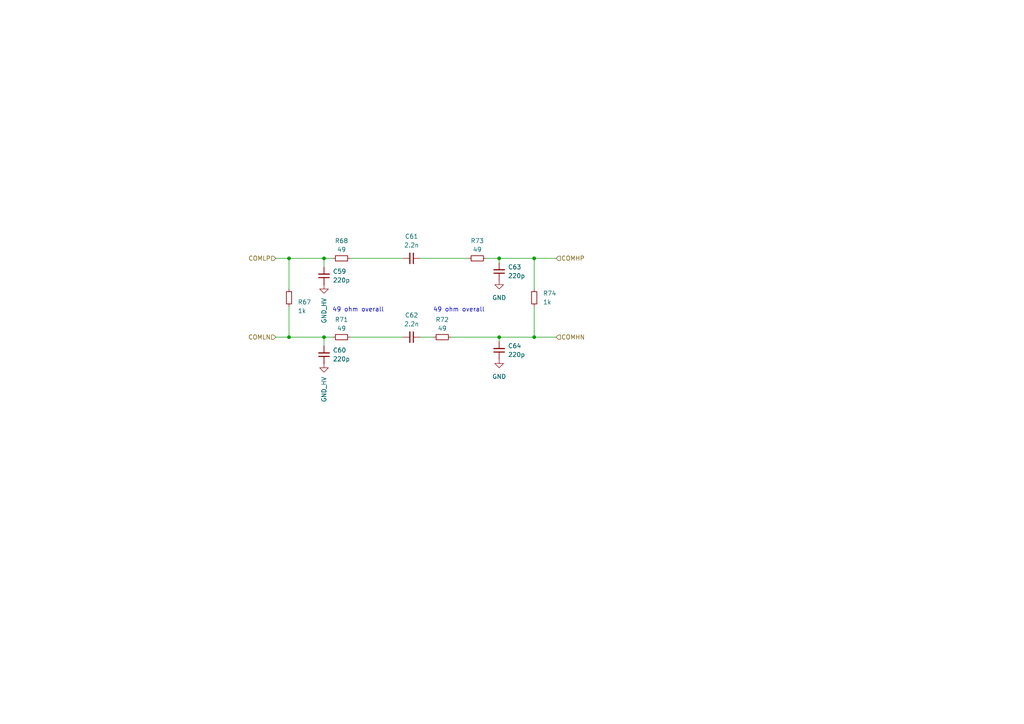
<source format=kicad_sch>
(kicad_sch (version 20231120) (generator "eeschema") (generator_version "8.0")
  (paper "A4")
  (lib_symbols
    (symbol "Device:C_Small" (pin_numbers hide) (pin_names (offset 0.254) hide)
      (property "Reference" "C" (at 0.254 1.778 0))
      (property "Value" "C_Small" (at 0.254 -2.032 0))
      (symbol "C_Small_0_1"
        (polyline (pts (xy -1.524 -0.508) (xy 1.524 -0.508)) (stroke (width 0.3302)))
        (polyline (pts (xy -1.524 0.508) (xy 1.524 0.508)) (stroke (width 0.3048)))
      )
      (symbol "C_Small_1_1"
        (pin passive line (at 0 2.54 270) (length 2.032) (name "~") (number "1"))
        (pin passive line (at 0 -2.54 90) (length 2.032) (name "~") (number "2"))
      )
    )
    (symbol "Device:R_Small" (pin_numbers hide) (pin_names (offset 0.254) hide)
      (property "Reference" "R" (at 0.762 0.508 0))
      (property "Value" "R_Small" (at 0.762 -1.016 0))
      (symbol "R_Small_0_1"
        (rectangle (start -0.762 1.778) (end 0.762 -1.778) (stroke (width 0.2032)))
      )
      (symbol "R_Small_1_1"
        (pin passive line (at 0 2.54 270) (length 0.762) (name "~") (number "1"))
        (pin passive line (at 0 -2.54 90) (length 0.762) (name "~") (number "2"))
      )
    )
    (symbol "power:GND" (power) (pin_numbers hide) (pin_names (offset 0) hide)
      (property "Value" "GND" (at 0 -3.81 0))
      (symbol "GND_0_1"
        (polyline (pts (xy 0 0) (xy 0 -1.27) (xy 1.27 -1.27) (xy 0 -2.54) (xy -1.27 -1.27) (xy 0 -1.27)))
      )
      (symbol "GND_1_1"
        (pin power_in line (at 0 0 270) (length 0) (name "~") (number "1"))
      )
    )
  )
  (junction (at 83.82 74.93))
  (junction (at 144.78 97.79))
  (junction (at 93.98 74.93))
  (junction (at 93.98 97.79))
  (junction (at 83.82 97.79))
  (junction (at 144.78 74.93))
  (junction (at 154.94 74.93))
  (junction (at 154.94 97.79))
  (wire (pts (xy 154.94 74.93) (xy 144.78 74.93)))
  (wire (pts (xy 93.98 97.79) (xy 93.98 100.33)))
  (wire (pts (xy 154.94 97.79) (xy 161.29 97.79)))
  (wire (pts (xy 121.92 74.93) (xy 135.89 74.93)))
  (wire (pts (xy 130.81 97.79) (xy 144.78 97.79)))
  (wire (pts (xy 154.94 74.93) (xy 161.29 74.93)))
  (wire (pts (xy 93.98 74.93) (xy 93.98 77.47)))
  (wire (pts (xy 101.6 97.79) (xy 116.84 97.79)))
  (wire (pts (xy 83.82 97.79) (xy 93.98 97.79)))
  (wire (pts (xy 83.82 74.93) (xy 83.82 83.82)))
  (wire (pts (xy 96.52 97.79) (xy 93.98 97.79)))
  (wire (pts (xy 101.6 74.93) (xy 116.84 74.93)))
  (wire (pts (xy 83.82 74.93) (xy 93.98 74.93)))
  (wire (pts (xy 83.82 88.9) (xy 83.82 97.79)))
  (wire (pts (xy 80.01 97.79) (xy 83.82 97.79)))
  (wire (pts (xy 154.94 74.93) (xy 154.94 83.82)))
  (wire (pts (xy 140.97 74.93) (xy 144.78 74.93)))
  (wire (pts (xy 80.01 74.93) (xy 83.82 74.93)))
  (wire (pts (xy 144.78 97.79) (xy 154.94 97.79)))
  (wire (pts (xy 144.78 76.2) (xy 144.78 74.93)))
  (wire (pts (xy 96.52 74.93) (xy 93.98 74.93)))
  (wire (pts (xy 154.94 88.9) (xy 154.94 97.79)))
  (wire (pts (xy 144.78 99.06) (xy 144.78 97.79)))
  (wire (pts (xy 125.73 97.79) (xy 121.92 97.79)))
  (text "49 ohm overall\n" (at 103.886 89.916 0) (effects (font (size 1.27 1.27))))
  (text "49 ohm overall\n" (at 133.096 89.916 0) (effects (font (size 1.27 1.27))))
  (hierarchical_label "COMLP" (shape input) (at 80.01 74.93 180))
  (hierarchical_label "COMHP" (shape input) (at 161.29 74.93 0))
  (hierarchical_label "COMHN" (shape input) (at 161.29 97.79 0))
  (hierarchical_label "COMLN" (shape input) (at 80.01 97.79 180))
  (symbol (lib_id "power:GND") (at 93.98 82.55 0) (unit 1)
    (property "Reference" "#PWR058" (effects (hide yes)))
    (property "Value" "GND_HV" (at 93.98 86.36 90) (effects (justify right)))
    (property "Description" "Power symbol creates a global label with name \"GND\" , ground" (effects (hide yes)))
  )
  (symbol (lib_id "Device:R_Small") (at 99.06 74.93 90) (unit 1)
    (property "Reference" "R68" (at 99.06 69.85 90))
    (property "Value" "49" (at 99.06 72.39 90))
    (property "Footprint" "Resistor_SMD:R_0603_1608Metric_Pad0.98x0.95mm_HandSolder" (effects (hide yes)))
    (property "Datasheet" "https://www.mouser.pl/ProductDetail/KOA-Speer/RK73H1HRTTCM49R9F?qs=sGAEpiMZZMvdGkrng054txLI%2FDB4oIKDjd1z9Y%252BmyaXFChdzxTCbsQ%3D%3D" (effects (hide yes)))
    (property "Description" "Resistor, small symbol" (effects (hide yes)))
  )
  (symbol (lib_id "power:GND") (at 93.98 105.41 0) (unit 1)
    (property "Reference" "#PWR059" (effects (hide yes)))
    (property "Value" "GND_HV" (at 93.98 109.22 90) (effects (justify right)))
    (property "Description" "Power symbol creates a global label with name \"GND\" , ground" (effects (hide yes)))
  )
  (symbol (lib_id "Device:C_Small") (at 119.38 74.93 270) (unit 1)
    (property "Reference" "C61" (at 119.3736 68.58 90))
    (property "Value" "2.2n" (at 119.3736 71.12 90))
    (property "Footprint" "Capacitor_SMD:C_0603_1608Metric_Pad1.08x0.95mm_HandSolder" (effects (hide yes)))
    (property "Datasheet" "https://www.mouser.pl/ProductDetail/TDK/CGA3E2C0G1H222J080AE?qs=P1JMDcb91o5KNu2GzASXrQ%3D%3D" (effects (hide yes)))
    (property "Description" "Unpolarized capacitor, small symbol" (effects (hide yes)))
  )
  (symbol (lib_id "Device:C_Small") (at 144.78 78.74 180) (unit 1)
    (property "Reference" "C63" (at 147.32 77.4635 0) (effects (justify right)))
    (property "Value" "220p" (at 147.32 80.0035 0) (effects (justify right)))
    (property "Footprint" "Capacitor_SMD:C_0603_1608Metric_Pad1.08x0.95mm_HandSolder" (effects (hide yes)))
    (property "Datasheet" "https://www.mouser.pl/ProductDetail/KEMET/C0603C221J3HACTU?qs=W0yvOO0ixfHoNiGDBH9h%252BQ%3D%3D" (effects (hide yes)))
    (property "Description" "https://www.mouser.pl/ProductDetail/KEMET/C0603C221J3HACTU?qs=W0yvOO0ixfHoNiGDBH9h%252BQ%3D%3D" (effects (hide yes)))
  )
  (symbol (lib_id "Device:C_Small") (at 119.38 97.79 270) (unit 1)
    (property "Reference" "C62" (at 119.3736 91.44 90))
    (property "Value" "2.2n" (at 119.3736 93.98 90))
    (property "Footprint" "Capacitor_SMD:C_0603_1608Metric_Pad1.08x0.95mm_HandSolder" (effects (hide yes)))
    (property "Datasheet" "https://www.mouser.pl/ProductDetail/TDK/CGA3E2C0G1H222J080AE?qs=P1JMDcb91o5KNu2GzASXrQ%3D%3D" (effects (hide yes)))
    (property "Description" "Unpolarized capacitor, small symbol" (effects (hide yes)))
  )
  (symbol (lib_id "Device:R_Small") (at 138.43 74.93 90) (unit 1)
    (property "Reference" "R73" (at 138.43 69.85 90))
    (property "Value" "49" (at 138.43 72.39 90))
    (property "Footprint" "Resistor_SMD:R_0603_1608Metric_Pad0.98x0.95mm_HandSolder" (effects (hide yes)))
    (property "Datasheet" "https://www.mouser.pl/ProductDetail/KOA-Speer/RK73H1HRTTCM49R9F?qs=sGAEpiMZZMvdGkrng054txLI%2FDB4oIKDjd1z9Y%252BmyaXFChdzxTCbsQ%3D%3D" (effects (hide yes)))
    (property "Description" "Resistor, small symbol" (effects (hide yes)))
  )
  (symbol (lib_id "Device:C_Small") (at 93.98 102.87 180) (unit 1)
    (property "Reference" "C60" (at 96.52 101.5935 0) (effects (justify right)))
    (property "Value" "220p" (at 96.52 104.1335 0) (effects (justify right)))
    (property "Footprint" "Capacitor_SMD:C_0603_1608Metric_Pad1.08x0.95mm_HandSolder" (effects (hide yes)))
    (property "Datasheet" "https://www.mouser.pl/ProductDetail/KEMET/C0603C221J3HACTU?qs=W0yvOO0ixfHoNiGDBH9h%252BQ%3D%3D" (effects (hide yes)))
    (property "Description" "Unpolarized capacitor, small symbol" (effects (hide yes)))
  )
  (symbol (lib_id "Device:R_Small") (at 99.06 97.79 90) (unit 1)
    (property "Reference" "R71" (at 99.06 92.71 90))
    (property "Value" "49" (at 99.06 95.25 90))
    (property "Footprint" "Resistor_SMD:R_0603_1608Metric_Pad0.98x0.95mm_HandSolder" (effects (hide yes)))
    (property "Datasheet" "https://www.mouser.pl/ProductDetail/KOA-Speer/RK73H1HRTTCM49R9F?qs=sGAEpiMZZMvdGkrng054txLI%2FDB4oIKDjd1z9Y%252BmyaXFChdzxTCbsQ%3D%3D" (effects (hide yes)))
    (property "Description" "Resistor, small symbol" (effects (hide yes)))
  )
  (symbol (lib_id "power:GND") (at 144.78 104.14 0) (unit 1)
    (property "Reference" "#PWR060" (effects (hide yes)))
    (property "Value" "GND" (at 144.78 109.22 0))
    (property "Description" "Power symbol creates a global label with name \"GND\" , ground" (effects (hide yes)))
  )
  (symbol (lib_id "Device:C_Small") (at 93.98 80.01 180) (unit 1)
    (property "Reference" "C59" (at 96.52 78.7335 0) (effects (justify right)))
    (property "Value" "220p" (at 96.52 81.2735 0) (effects (justify right)))
    (property "Footprint" "Capacitor_SMD:C_0603_1608Metric_Pad1.08x0.95mm_HandSolder" (effects (hide yes)))
    (property "Datasheet" "https://www.mouser.pl/ProductDetail/KEMET/C0603C221J3HACTU?qs=W0yvOO0ixfHoNiGDBH9h%252BQ%3D%3D" (effects (hide yes)))
    (property "Description" "Unpolarized capacitor, small symbol" (effects (hide yes)))
  )
  (symbol (lib_id "power:GND") (at 144.78 81.28 0) (unit 1)
    (property "Reference" "#PWR061" (effects (hide yes)))
    (property "Value" "GND" (at 144.78 86.36 0))
    (property "Description" "Power symbol creates a global label with name \"GND\" , ground" (effects (hide yes)))
  )
  (symbol (lib_id "Device:R_Small") (at 154.94 86.36 0) (unit 1)
    (property "Reference" "R74" (at 157.48 85.0899 0) (effects (justify left)))
    (property "Value" "1k" (at 157.48 87.6299 0) (effects (justify left)))
    (property "Footprint" "Resistor_SMD:R_0603_1608Metric_Pad0.98x0.95mm_HandSolder" (effects (hide yes)))
    (property "Datasheet" "https://www.mouser.pl/ProductDetail/Vishay-Dale/CRCW06031K00FKED?qs=sGAEpiMZZMvdGkrng054twKDKoBh%252BscnXZq73fPCFFuOJhiFMQpfiQ%3D%3D" (effects (hide yes)))
    (property "Description" "Resistor, small symbol" (effects (hide yes)))
  )
  (symbol (lib_id "Device:R_Small") (at 128.27 97.79 90) (unit 1)
    (property "Reference" "R72" (at 128.27 92.71 90))
    (property "Value" "49" (at 128.27 95.25 90))
    (property "Footprint" "Resistor_SMD:R_0603_1608Metric_Pad0.98x0.95mm_HandSolder" (effects (hide yes)))
    (property "Datasheet" "https://www.mouser.pl/ProductDetail/KOA-Speer/RK73H1HRTTCM49R9F?qs=sGAEpiMZZMvdGkrng054txLI%2FDB4oIKDjd1z9Y%252BmyaXFChdzxTCbsQ%3D%3D" (effects (hide yes)))
    (property "Description" "Resistor, small symbol" (effects (hide yes)))
  )
  (symbol (lib_id "Device:R_Small") (at 83.82 86.36 0) (unit 1)
    (property "Reference" "R67" (at 86.36 87.6299 0) (effects (justify left)))
    (property "Value" "1k" (at 86.36 90.1699 0) (effects (justify left)))
    (property "Footprint" "Resistor_SMD:R_0603_1608Metric_Pad0.98x0.95mm_HandSolder" (effects (hide yes)))
    (property "Datasheet" "https://www.mouser.pl/ProductDetail/Vishay-Dale/CRCW06031K00FKED?qs=sGAEpiMZZMvdGkrng054twKDKoBh%252BscnXZq73fPCFFuOJhiFMQpfiQ%3D%3D" (effects (hide yes)))
    (property "Description" "Resistor, small symbol" (effects (hide yes)))
  )
  (symbol (lib_id "Device:C_Small") (at 144.78 101.6 180) (unit 1)
    (property "Reference" "C64" (at 147.32 100.3235 0) (effects (justify right)))
    (property "Value" "220p" (at 147.32 102.8635 0) (effects (justify right)))
    (property "Footprint" "Capacitor_SMD:C_0603_1608Metric_Pad1.08x0.95mm_HandSolder" (effects (hide yes)))
    (property "Datasheet" "https://www.mouser.pl/ProductDetail/KEMET/C0603C221J3HACTU?qs=W0yvOO0ixfHoNiGDBH9h%252BQ%3D%3D" (effects (hide yes)))
    (property "Description" "Unpolarized capacitor, small symbol" (effects (hide yes)))
  )
)
</source>
